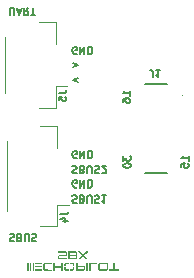
<source format=gbr>
%TF.GenerationSoftware,KiCad,Pcbnew,7.0.10*%
%TF.CreationDate,2024-02-02T13:19:37-05:00*%
%TF.ProjectId,quad_radio_adapter,71756164-5f72-4616-9469-6f5f61646170,rev?*%
%TF.SameCoordinates,Original*%
%TF.FileFunction,Legend,Bot*%
%TF.FilePolarity,Positive*%
%FSLAX46Y46*%
G04 Gerber Fmt 4.6, Leading zero omitted, Abs format (unit mm)*
G04 Created by KiCad (PCBNEW 7.0.10) date 2024-02-02 13:19:37*
%MOMM*%
%LPD*%
G01*
G04 APERTURE LIST*
%ADD10C,0.127000*%
%ADD11C,0.120000*%
G04 APERTURE END LIST*
D10*
X106765684Y-102679047D02*
X106765684Y-102316190D01*
X106765684Y-102497618D02*
X106130684Y-102497618D01*
X106130684Y-102497618D02*
X106221398Y-102437142D01*
X106221398Y-102437142D02*
X106281874Y-102376666D01*
X106281874Y-102376666D02*
X106312112Y-102316190D01*
X106130684Y-103253571D02*
X106130684Y-102951190D01*
X106130684Y-102951190D02*
X106433065Y-102920952D01*
X106433065Y-102920952D02*
X106402826Y-102951190D01*
X106402826Y-102951190D02*
X106372588Y-103011666D01*
X106372588Y-103011666D02*
X106372588Y-103162857D01*
X106372588Y-103162857D02*
X106402826Y-103223333D01*
X106402826Y-103223333D02*
X106433065Y-103253571D01*
X106433065Y-103253571D02*
X106493541Y-103283809D01*
X106493541Y-103283809D02*
X106644731Y-103283809D01*
X106644731Y-103283809D02*
X106705207Y-103253571D01*
X106705207Y-103253571D02*
X106735446Y-103223333D01*
X106735446Y-103223333D02*
X106765684Y-103162857D01*
X106765684Y-103162857D02*
X106765684Y-103011666D01*
X106765684Y-103011666D02*
X106735446Y-102951190D01*
X106735446Y-102951190D02*
X106705207Y-102920952D01*
X91616071Y-108914554D02*
X91706785Y-108884315D01*
X91706785Y-108884315D02*
X91857976Y-108884315D01*
X91857976Y-108884315D02*
X91918452Y-108914554D01*
X91918452Y-108914554D02*
X91948690Y-108944792D01*
X91948690Y-108944792D02*
X91978928Y-109005268D01*
X91978928Y-109005268D02*
X91978928Y-109065744D01*
X91978928Y-109065744D02*
X91948690Y-109126220D01*
X91948690Y-109126220D02*
X91918452Y-109156458D01*
X91918452Y-109156458D02*
X91857976Y-109186696D01*
X91857976Y-109186696D02*
X91737023Y-109216934D01*
X91737023Y-109216934D02*
X91676547Y-109247173D01*
X91676547Y-109247173D02*
X91646309Y-109277411D01*
X91646309Y-109277411D02*
X91616071Y-109337887D01*
X91616071Y-109337887D02*
X91616071Y-109398363D01*
X91616071Y-109398363D02*
X91646309Y-109458839D01*
X91646309Y-109458839D02*
X91676547Y-109489077D01*
X91676547Y-109489077D02*
X91737023Y-109519315D01*
X91737023Y-109519315D02*
X91888214Y-109519315D01*
X91888214Y-109519315D02*
X91978928Y-109489077D01*
X92462738Y-109216934D02*
X92553452Y-109186696D01*
X92553452Y-109186696D02*
X92583690Y-109156458D01*
X92583690Y-109156458D02*
X92613928Y-109095982D01*
X92613928Y-109095982D02*
X92613928Y-109005268D01*
X92613928Y-109005268D02*
X92583690Y-108944792D01*
X92583690Y-108944792D02*
X92553452Y-108914554D01*
X92553452Y-108914554D02*
X92492976Y-108884315D01*
X92492976Y-108884315D02*
X92251071Y-108884315D01*
X92251071Y-108884315D02*
X92251071Y-109519315D01*
X92251071Y-109519315D02*
X92462738Y-109519315D01*
X92462738Y-109519315D02*
X92523214Y-109489077D01*
X92523214Y-109489077D02*
X92553452Y-109458839D01*
X92553452Y-109458839D02*
X92583690Y-109398363D01*
X92583690Y-109398363D02*
X92583690Y-109337887D01*
X92583690Y-109337887D02*
X92553452Y-109277411D01*
X92553452Y-109277411D02*
X92523214Y-109247173D01*
X92523214Y-109247173D02*
X92462738Y-109216934D01*
X92462738Y-109216934D02*
X92251071Y-109216934D01*
X92886071Y-109519315D02*
X92886071Y-109005268D01*
X92886071Y-109005268D02*
X92916309Y-108944792D01*
X92916309Y-108944792D02*
X92946547Y-108914554D01*
X92946547Y-108914554D02*
X93007023Y-108884315D01*
X93007023Y-108884315D02*
X93127976Y-108884315D01*
X93127976Y-108884315D02*
X93188452Y-108914554D01*
X93188452Y-108914554D02*
X93218690Y-108944792D01*
X93218690Y-108944792D02*
X93248928Y-109005268D01*
X93248928Y-109005268D02*
X93248928Y-109519315D01*
X93521071Y-108914554D02*
X93611785Y-108884315D01*
X93611785Y-108884315D02*
X93762976Y-108884315D01*
X93762976Y-108884315D02*
X93823452Y-108914554D01*
X93823452Y-108914554D02*
X93853690Y-108944792D01*
X93853690Y-108944792D02*
X93883928Y-109005268D01*
X93883928Y-109005268D02*
X93883928Y-109065744D01*
X93883928Y-109065744D02*
X93853690Y-109126220D01*
X93853690Y-109126220D02*
X93823452Y-109156458D01*
X93823452Y-109156458D02*
X93762976Y-109186696D01*
X93762976Y-109186696D02*
X93642023Y-109216934D01*
X93642023Y-109216934D02*
X93581547Y-109247173D01*
X93581547Y-109247173D02*
X93551309Y-109277411D01*
X93551309Y-109277411D02*
X93521071Y-109337887D01*
X93521071Y-109337887D02*
X93521071Y-109398363D01*
X93521071Y-109398363D02*
X93551309Y-109458839D01*
X93551309Y-109458839D02*
X93581547Y-109489077D01*
X93581547Y-109489077D02*
X93642023Y-109519315D01*
X93642023Y-109519315D02*
X93793214Y-109519315D01*
X93793214Y-109519315D02*
X93883928Y-109489077D01*
X96918571Y-105664554D02*
X97009285Y-105634315D01*
X97009285Y-105634315D02*
X97160476Y-105634315D01*
X97160476Y-105634315D02*
X97220952Y-105664554D01*
X97220952Y-105664554D02*
X97251190Y-105694792D01*
X97251190Y-105694792D02*
X97281428Y-105755268D01*
X97281428Y-105755268D02*
X97281428Y-105815744D01*
X97281428Y-105815744D02*
X97251190Y-105876220D01*
X97251190Y-105876220D02*
X97220952Y-105906458D01*
X97220952Y-105906458D02*
X97160476Y-105936696D01*
X97160476Y-105936696D02*
X97039523Y-105966934D01*
X97039523Y-105966934D02*
X96979047Y-105997173D01*
X96979047Y-105997173D02*
X96948809Y-106027411D01*
X96948809Y-106027411D02*
X96918571Y-106087887D01*
X96918571Y-106087887D02*
X96918571Y-106148363D01*
X96918571Y-106148363D02*
X96948809Y-106208839D01*
X96948809Y-106208839D02*
X96979047Y-106239077D01*
X96979047Y-106239077D02*
X97039523Y-106269315D01*
X97039523Y-106269315D02*
X97190714Y-106269315D01*
X97190714Y-106269315D02*
X97281428Y-106239077D01*
X97765238Y-105966934D02*
X97855952Y-105936696D01*
X97855952Y-105936696D02*
X97886190Y-105906458D01*
X97886190Y-105906458D02*
X97916428Y-105845982D01*
X97916428Y-105845982D02*
X97916428Y-105755268D01*
X97916428Y-105755268D02*
X97886190Y-105694792D01*
X97886190Y-105694792D02*
X97855952Y-105664554D01*
X97855952Y-105664554D02*
X97795476Y-105634315D01*
X97795476Y-105634315D02*
X97553571Y-105634315D01*
X97553571Y-105634315D02*
X97553571Y-106269315D01*
X97553571Y-106269315D02*
X97765238Y-106269315D01*
X97765238Y-106269315D02*
X97825714Y-106239077D01*
X97825714Y-106239077D02*
X97855952Y-106208839D01*
X97855952Y-106208839D02*
X97886190Y-106148363D01*
X97886190Y-106148363D02*
X97886190Y-106087887D01*
X97886190Y-106087887D02*
X97855952Y-106027411D01*
X97855952Y-106027411D02*
X97825714Y-105997173D01*
X97825714Y-105997173D02*
X97765238Y-105966934D01*
X97765238Y-105966934D02*
X97553571Y-105966934D01*
X98188571Y-106269315D02*
X98188571Y-105755268D01*
X98188571Y-105755268D02*
X98218809Y-105694792D01*
X98218809Y-105694792D02*
X98249047Y-105664554D01*
X98249047Y-105664554D02*
X98309523Y-105634315D01*
X98309523Y-105634315D02*
X98430476Y-105634315D01*
X98430476Y-105634315D02*
X98490952Y-105664554D01*
X98490952Y-105664554D02*
X98521190Y-105694792D01*
X98521190Y-105694792D02*
X98551428Y-105755268D01*
X98551428Y-105755268D02*
X98551428Y-106269315D01*
X98823571Y-105664554D02*
X98914285Y-105634315D01*
X98914285Y-105634315D02*
X99065476Y-105634315D01*
X99065476Y-105634315D02*
X99125952Y-105664554D01*
X99125952Y-105664554D02*
X99156190Y-105694792D01*
X99156190Y-105694792D02*
X99186428Y-105755268D01*
X99186428Y-105755268D02*
X99186428Y-105815744D01*
X99186428Y-105815744D02*
X99156190Y-105876220D01*
X99156190Y-105876220D02*
X99125952Y-105906458D01*
X99125952Y-105906458D02*
X99065476Y-105936696D01*
X99065476Y-105936696D02*
X98944523Y-105966934D01*
X98944523Y-105966934D02*
X98884047Y-105997173D01*
X98884047Y-105997173D02*
X98853809Y-106027411D01*
X98853809Y-106027411D02*
X98823571Y-106087887D01*
X98823571Y-106087887D02*
X98823571Y-106148363D01*
X98823571Y-106148363D02*
X98853809Y-106208839D01*
X98853809Y-106208839D02*
X98884047Y-106239077D01*
X98884047Y-106239077D02*
X98944523Y-106269315D01*
X98944523Y-106269315D02*
X99095714Y-106269315D01*
X99095714Y-106269315D02*
X99186428Y-106239077D01*
X99791190Y-105634315D02*
X99428333Y-105634315D01*
X99609761Y-105634315D02*
X99609761Y-106269315D01*
X99609761Y-106269315D02*
X99549285Y-106178601D01*
X99549285Y-106178601D02*
X99488809Y-106118125D01*
X99488809Y-106118125D02*
X99428333Y-106087887D01*
X101815684Y-97179047D02*
X101815684Y-96816190D01*
X101815684Y-96997618D02*
X101180684Y-96997618D01*
X101180684Y-96997618D02*
X101271398Y-96937142D01*
X101271398Y-96937142D02*
X101331874Y-96876666D01*
X101331874Y-96876666D02*
X101362112Y-96816190D01*
X101180684Y-97723333D02*
X101180684Y-97602380D01*
X101180684Y-97602380D02*
X101210922Y-97541904D01*
X101210922Y-97541904D02*
X101241160Y-97511666D01*
X101241160Y-97511666D02*
X101331874Y-97451190D01*
X101331874Y-97451190D02*
X101452826Y-97420952D01*
X101452826Y-97420952D02*
X101694731Y-97420952D01*
X101694731Y-97420952D02*
X101755207Y-97451190D01*
X101755207Y-97451190D02*
X101785446Y-97481428D01*
X101785446Y-97481428D02*
X101815684Y-97541904D01*
X101815684Y-97541904D02*
X101815684Y-97662857D01*
X101815684Y-97662857D02*
X101785446Y-97723333D01*
X101785446Y-97723333D02*
X101755207Y-97753571D01*
X101755207Y-97753571D02*
X101694731Y-97783809D01*
X101694731Y-97783809D02*
X101543541Y-97783809D01*
X101543541Y-97783809D02*
X101483065Y-97753571D01*
X101483065Y-97753571D02*
X101452826Y-97723333D01*
X101452826Y-97723333D02*
X101422588Y-97662857D01*
X101422588Y-97662857D02*
X101422588Y-97541904D01*
X101422588Y-97541904D02*
X101452826Y-97481428D01*
X101452826Y-97481428D02*
X101483065Y-97451190D01*
X101483065Y-97451190D02*
X101543541Y-97420952D01*
X96948809Y-94392350D02*
X97432618Y-94573779D01*
X97432618Y-94573779D02*
X96948809Y-94755207D01*
X97432619Y-96057649D02*
X96948809Y-95876220D01*
X96948809Y-95876220D02*
X97432619Y-95694792D01*
X97281428Y-104939077D02*
X97220952Y-104969315D01*
X97220952Y-104969315D02*
X97130238Y-104969315D01*
X97130238Y-104969315D02*
X97039523Y-104939077D01*
X97039523Y-104939077D02*
X96979047Y-104878601D01*
X96979047Y-104878601D02*
X96948809Y-104818125D01*
X96948809Y-104818125D02*
X96918571Y-104697173D01*
X96918571Y-104697173D02*
X96918571Y-104606458D01*
X96918571Y-104606458D02*
X96948809Y-104485506D01*
X96948809Y-104485506D02*
X96979047Y-104425030D01*
X96979047Y-104425030D02*
X97039523Y-104364554D01*
X97039523Y-104364554D02*
X97130238Y-104334315D01*
X97130238Y-104334315D02*
X97190714Y-104334315D01*
X97190714Y-104334315D02*
X97281428Y-104364554D01*
X97281428Y-104364554D02*
X97311666Y-104394792D01*
X97311666Y-104394792D02*
X97311666Y-104606458D01*
X97311666Y-104606458D02*
X97190714Y-104606458D01*
X97583809Y-104334315D02*
X97583809Y-104969315D01*
X97583809Y-104969315D02*
X97946666Y-104334315D01*
X97946666Y-104334315D02*
X97946666Y-104969315D01*
X98249047Y-104334315D02*
X98249047Y-104969315D01*
X98249047Y-104969315D02*
X98400237Y-104969315D01*
X98400237Y-104969315D02*
X98490952Y-104939077D01*
X98490952Y-104939077D02*
X98551428Y-104878601D01*
X98551428Y-104878601D02*
X98581666Y-104818125D01*
X98581666Y-104818125D02*
X98611904Y-104697173D01*
X98611904Y-104697173D02*
X98611904Y-104606458D01*
X98611904Y-104606458D02*
X98581666Y-104485506D01*
X98581666Y-104485506D02*
X98551428Y-104425030D01*
X98551428Y-104425030D02*
X98490952Y-104364554D01*
X98490952Y-104364554D02*
X98400237Y-104334315D01*
X98400237Y-104334315D02*
X98249047Y-104334315D01*
X96918571Y-103164554D02*
X97009285Y-103134315D01*
X97009285Y-103134315D02*
X97160476Y-103134315D01*
X97160476Y-103134315D02*
X97220952Y-103164554D01*
X97220952Y-103164554D02*
X97251190Y-103194792D01*
X97251190Y-103194792D02*
X97281428Y-103255268D01*
X97281428Y-103255268D02*
X97281428Y-103315744D01*
X97281428Y-103315744D02*
X97251190Y-103376220D01*
X97251190Y-103376220D02*
X97220952Y-103406458D01*
X97220952Y-103406458D02*
X97160476Y-103436696D01*
X97160476Y-103436696D02*
X97039523Y-103466934D01*
X97039523Y-103466934D02*
X96979047Y-103497173D01*
X96979047Y-103497173D02*
X96948809Y-103527411D01*
X96948809Y-103527411D02*
X96918571Y-103587887D01*
X96918571Y-103587887D02*
X96918571Y-103648363D01*
X96918571Y-103648363D02*
X96948809Y-103708839D01*
X96948809Y-103708839D02*
X96979047Y-103739077D01*
X96979047Y-103739077D02*
X97039523Y-103769315D01*
X97039523Y-103769315D02*
X97190714Y-103769315D01*
X97190714Y-103769315D02*
X97281428Y-103739077D01*
X97765238Y-103466934D02*
X97855952Y-103436696D01*
X97855952Y-103436696D02*
X97886190Y-103406458D01*
X97886190Y-103406458D02*
X97916428Y-103345982D01*
X97916428Y-103345982D02*
X97916428Y-103255268D01*
X97916428Y-103255268D02*
X97886190Y-103194792D01*
X97886190Y-103194792D02*
X97855952Y-103164554D01*
X97855952Y-103164554D02*
X97795476Y-103134315D01*
X97795476Y-103134315D02*
X97553571Y-103134315D01*
X97553571Y-103134315D02*
X97553571Y-103769315D01*
X97553571Y-103769315D02*
X97765238Y-103769315D01*
X97765238Y-103769315D02*
X97825714Y-103739077D01*
X97825714Y-103739077D02*
X97855952Y-103708839D01*
X97855952Y-103708839D02*
X97886190Y-103648363D01*
X97886190Y-103648363D02*
X97886190Y-103587887D01*
X97886190Y-103587887D02*
X97855952Y-103527411D01*
X97855952Y-103527411D02*
X97825714Y-103497173D01*
X97825714Y-103497173D02*
X97765238Y-103466934D01*
X97765238Y-103466934D02*
X97553571Y-103466934D01*
X98188571Y-103769315D02*
X98188571Y-103255268D01*
X98188571Y-103255268D02*
X98218809Y-103194792D01*
X98218809Y-103194792D02*
X98249047Y-103164554D01*
X98249047Y-103164554D02*
X98309523Y-103134315D01*
X98309523Y-103134315D02*
X98430476Y-103134315D01*
X98430476Y-103134315D02*
X98490952Y-103164554D01*
X98490952Y-103164554D02*
X98521190Y-103194792D01*
X98521190Y-103194792D02*
X98551428Y-103255268D01*
X98551428Y-103255268D02*
X98551428Y-103769315D01*
X98823571Y-103164554D02*
X98914285Y-103134315D01*
X98914285Y-103134315D02*
X99065476Y-103134315D01*
X99065476Y-103134315D02*
X99125952Y-103164554D01*
X99125952Y-103164554D02*
X99156190Y-103194792D01*
X99156190Y-103194792D02*
X99186428Y-103255268D01*
X99186428Y-103255268D02*
X99186428Y-103315744D01*
X99186428Y-103315744D02*
X99156190Y-103376220D01*
X99156190Y-103376220D02*
X99125952Y-103406458D01*
X99125952Y-103406458D02*
X99065476Y-103436696D01*
X99065476Y-103436696D02*
X98944523Y-103466934D01*
X98944523Y-103466934D02*
X98884047Y-103497173D01*
X98884047Y-103497173D02*
X98853809Y-103527411D01*
X98853809Y-103527411D02*
X98823571Y-103587887D01*
X98823571Y-103587887D02*
X98823571Y-103648363D01*
X98823571Y-103648363D02*
X98853809Y-103708839D01*
X98853809Y-103708839D02*
X98884047Y-103739077D01*
X98884047Y-103739077D02*
X98944523Y-103769315D01*
X98944523Y-103769315D02*
X99095714Y-103769315D01*
X99095714Y-103769315D02*
X99186428Y-103739077D01*
X99428333Y-103708839D02*
X99458571Y-103739077D01*
X99458571Y-103739077D02*
X99519047Y-103769315D01*
X99519047Y-103769315D02*
X99670238Y-103769315D01*
X99670238Y-103769315D02*
X99730714Y-103739077D01*
X99730714Y-103739077D02*
X99760952Y-103708839D01*
X99760952Y-103708839D02*
X99791190Y-103648363D01*
X99791190Y-103648363D02*
X99791190Y-103587887D01*
X99791190Y-103587887D02*
X99760952Y-103497173D01*
X99760952Y-103497173D02*
X99398095Y-103134315D01*
X99398095Y-103134315D02*
X99791190Y-103134315D01*
X91637023Y-90369315D02*
X91637023Y-89855268D01*
X91637023Y-89855268D02*
X91667261Y-89794792D01*
X91667261Y-89794792D02*
X91697499Y-89764554D01*
X91697499Y-89764554D02*
X91757975Y-89734315D01*
X91757975Y-89734315D02*
X91878928Y-89734315D01*
X91878928Y-89734315D02*
X91939404Y-89764554D01*
X91939404Y-89764554D02*
X91969642Y-89794792D01*
X91969642Y-89794792D02*
X91999880Y-89855268D01*
X91999880Y-89855268D02*
X91999880Y-90369315D01*
X92272023Y-89915744D02*
X92574404Y-89915744D01*
X92211547Y-89734315D02*
X92423213Y-90369315D01*
X92423213Y-90369315D02*
X92634880Y-89734315D01*
X93209404Y-89734315D02*
X92997737Y-90036696D01*
X92846547Y-89734315D02*
X92846547Y-90369315D01*
X92846547Y-90369315D02*
X93088452Y-90369315D01*
X93088452Y-90369315D02*
X93148928Y-90339077D01*
X93148928Y-90339077D02*
X93179166Y-90308839D01*
X93179166Y-90308839D02*
X93209404Y-90248363D01*
X93209404Y-90248363D02*
X93209404Y-90157649D01*
X93209404Y-90157649D02*
X93179166Y-90097173D01*
X93179166Y-90097173D02*
X93148928Y-90066934D01*
X93148928Y-90066934D02*
X93088452Y-90036696D01*
X93088452Y-90036696D02*
X92846547Y-90036696D01*
X93390833Y-90369315D02*
X93753690Y-90369315D01*
X93572261Y-89734315D02*
X93572261Y-90369315D01*
X101230684Y-102285952D02*
X101230684Y-102679047D01*
X101230684Y-102679047D02*
X101472588Y-102467380D01*
X101472588Y-102467380D02*
X101472588Y-102558095D01*
X101472588Y-102558095D02*
X101502826Y-102618571D01*
X101502826Y-102618571D02*
X101533065Y-102648809D01*
X101533065Y-102648809D02*
X101593541Y-102679047D01*
X101593541Y-102679047D02*
X101744731Y-102679047D01*
X101744731Y-102679047D02*
X101805207Y-102648809D01*
X101805207Y-102648809D02*
X101835446Y-102618571D01*
X101835446Y-102618571D02*
X101865684Y-102558095D01*
X101865684Y-102558095D02*
X101865684Y-102376666D01*
X101865684Y-102376666D02*
X101835446Y-102316190D01*
X101835446Y-102316190D02*
X101805207Y-102285952D01*
X101230684Y-103072142D02*
X101230684Y-103132619D01*
X101230684Y-103132619D02*
X101260922Y-103193095D01*
X101260922Y-103193095D02*
X101291160Y-103223333D01*
X101291160Y-103223333D02*
X101351636Y-103253571D01*
X101351636Y-103253571D02*
X101472588Y-103283809D01*
X101472588Y-103283809D02*
X101623779Y-103283809D01*
X101623779Y-103283809D02*
X101744731Y-103253571D01*
X101744731Y-103253571D02*
X101805207Y-103223333D01*
X101805207Y-103223333D02*
X101835446Y-103193095D01*
X101835446Y-103193095D02*
X101865684Y-103132619D01*
X101865684Y-103132619D02*
X101865684Y-103072142D01*
X101865684Y-103072142D02*
X101835446Y-103011666D01*
X101835446Y-103011666D02*
X101805207Y-102981428D01*
X101805207Y-102981428D02*
X101744731Y-102951190D01*
X101744731Y-102951190D02*
X101623779Y-102920952D01*
X101623779Y-102920952D02*
X101472588Y-102920952D01*
X101472588Y-102920952D02*
X101351636Y-102951190D01*
X101351636Y-102951190D02*
X101291160Y-102981428D01*
X101291160Y-102981428D02*
X101260922Y-103011666D01*
X101260922Y-103011666D02*
X101230684Y-103072142D01*
X97281428Y-102439077D02*
X97220952Y-102469315D01*
X97220952Y-102469315D02*
X97130238Y-102469315D01*
X97130238Y-102469315D02*
X97039523Y-102439077D01*
X97039523Y-102439077D02*
X96979047Y-102378601D01*
X96979047Y-102378601D02*
X96948809Y-102318125D01*
X96948809Y-102318125D02*
X96918571Y-102197173D01*
X96918571Y-102197173D02*
X96918571Y-102106458D01*
X96918571Y-102106458D02*
X96948809Y-101985506D01*
X96948809Y-101985506D02*
X96979047Y-101925030D01*
X96979047Y-101925030D02*
X97039523Y-101864554D01*
X97039523Y-101864554D02*
X97130238Y-101834315D01*
X97130238Y-101834315D02*
X97190714Y-101834315D01*
X97190714Y-101834315D02*
X97281428Y-101864554D01*
X97281428Y-101864554D02*
X97311666Y-101894792D01*
X97311666Y-101894792D02*
X97311666Y-102106458D01*
X97311666Y-102106458D02*
X97190714Y-102106458D01*
X97583809Y-101834315D02*
X97583809Y-102469315D01*
X97583809Y-102469315D02*
X97946666Y-101834315D01*
X97946666Y-101834315D02*
X97946666Y-102469315D01*
X98249047Y-101834315D02*
X98249047Y-102469315D01*
X98249047Y-102469315D02*
X98400237Y-102469315D01*
X98400237Y-102469315D02*
X98490952Y-102439077D01*
X98490952Y-102439077D02*
X98551428Y-102378601D01*
X98551428Y-102378601D02*
X98581666Y-102318125D01*
X98581666Y-102318125D02*
X98611904Y-102197173D01*
X98611904Y-102197173D02*
X98611904Y-102106458D01*
X98611904Y-102106458D02*
X98581666Y-101985506D01*
X98581666Y-101985506D02*
X98551428Y-101925030D01*
X98551428Y-101925030D02*
X98490952Y-101864554D01*
X98490952Y-101864554D02*
X98400237Y-101834315D01*
X98400237Y-101834315D02*
X98249047Y-101834315D01*
X97281428Y-93639077D02*
X97220952Y-93669315D01*
X97220952Y-93669315D02*
X97130238Y-93669315D01*
X97130238Y-93669315D02*
X97039523Y-93639077D01*
X97039523Y-93639077D02*
X96979047Y-93578601D01*
X96979047Y-93578601D02*
X96948809Y-93518125D01*
X96948809Y-93518125D02*
X96918571Y-93397173D01*
X96918571Y-93397173D02*
X96918571Y-93306458D01*
X96918571Y-93306458D02*
X96948809Y-93185506D01*
X96948809Y-93185506D02*
X96979047Y-93125030D01*
X96979047Y-93125030D02*
X97039523Y-93064554D01*
X97039523Y-93064554D02*
X97130238Y-93034315D01*
X97130238Y-93034315D02*
X97190714Y-93034315D01*
X97190714Y-93034315D02*
X97281428Y-93064554D01*
X97281428Y-93064554D02*
X97311666Y-93094792D01*
X97311666Y-93094792D02*
X97311666Y-93306458D01*
X97311666Y-93306458D02*
X97190714Y-93306458D01*
X97583809Y-93034315D02*
X97583809Y-93669315D01*
X97583809Y-93669315D02*
X97946666Y-93034315D01*
X97946666Y-93034315D02*
X97946666Y-93669315D01*
X98249047Y-93034315D02*
X98249047Y-93669315D01*
X98249047Y-93669315D02*
X98400237Y-93669315D01*
X98400237Y-93669315D02*
X98490952Y-93639077D01*
X98490952Y-93639077D02*
X98551428Y-93578601D01*
X98551428Y-93578601D02*
X98581666Y-93518125D01*
X98581666Y-93518125D02*
X98611904Y-93397173D01*
X98611904Y-93397173D02*
X98611904Y-93306458D01*
X98611904Y-93306458D02*
X98581666Y-93185506D01*
X98581666Y-93185506D02*
X98551428Y-93125030D01*
X98551428Y-93125030D02*
X98490952Y-93064554D01*
X98490952Y-93064554D02*
X98400237Y-93034315D01*
X98400237Y-93034315D02*
X98249047Y-93034315D01*
X95917397Y-107238333D02*
X96370968Y-107238333D01*
X96370968Y-107238333D02*
X96461682Y-107208094D01*
X96461682Y-107208094D02*
X96522159Y-107147618D01*
X96522159Y-107147618D02*
X96552397Y-107056904D01*
X96552397Y-107056904D02*
X96552397Y-106996428D01*
X96129063Y-107812857D02*
X96552397Y-107812857D01*
X95887159Y-107661666D02*
X96340730Y-107510476D01*
X96340730Y-107510476D02*
X96340730Y-107903571D01*
X103738333Y-95647840D02*
X103738333Y-95194269D01*
X103738333Y-95194269D02*
X103708094Y-95103555D01*
X103708094Y-95103555D02*
X103647618Y-95043079D01*
X103647618Y-95043079D02*
X103556904Y-95012840D01*
X103556904Y-95012840D02*
X103496428Y-95012840D01*
X104373333Y-95012840D02*
X104010476Y-95012840D01*
X104191904Y-95012840D02*
X104191904Y-95647840D01*
X104191904Y-95647840D02*
X104131428Y-95557126D01*
X104131428Y-95557126D02*
X104070952Y-95496650D01*
X104070952Y-95496650D02*
X104010476Y-95466412D01*
X95767397Y-96988333D02*
X96220968Y-96988333D01*
X96220968Y-96988333D02*
X96311682Y-96958094D01*
X96311682Y-96958094D02*
X96372159Y-96897618D01*
X96372159Y-96897618D02*
X96402397Y-96806904D01*
X96402397Y-96806904D02*
X96402397Y-96746428D01*
X95767397Y-97593095D02*
X95767397Y-97290714D01*
X95767397Y-97290714D02*
X96069778Y-97260476D01*
X96069778Y-97260476D02*
X96039539Y-97290714D01*
X96039539Y-97290714D02*
X96009301Y-97351190D01*
X96009301Y-97351190D02*
X96009301Y-97502381D01*
X96009301Y-97502381D02*
X96039539Y-97562857D01*
X96039539Y-97562857D02*
X96069778Y-97593095D01*
X96069778Y-97593095D02*
X96130254Y-97623333D01*
X96130254Y-97623333D02*
X96281444Y-97623333D01*
X96281444Y-97623333D02*
X96341920Y-97593095D01*
X96341920Y-97593095D02*
X96372159Y-97562857D01*
X96372159Y-97562857D02*
X96402397Y-97502381D01*
X96402397Y-97502381D02*
X96402397Y-97351190D01*
X96402397Y-97351190D02*
X96372159Y-97290714D01*
X96372159Y-97290714D02*
X96341920Y-97260476D01*
D11*
%TO.C,J4*%
X94175238Y-108260000D02*
X95625238Y-108260000D01*
X95625238Y-108260000D02*
X95625238Y-106460000D01*
X91355238Y-106990000D02*
X91355238Y-101060000D01*
X95625238Y-106460000D02*
X96615238Y-106460000D01*
X94175238Y-99790000D02*
X95625238Y-99790000D01*
X95625238Y-99790000D02*
X95625238Y-101590000D01*
%TO.C,G\u002A\u002A\u002A*%
G36*
X93226330Y-111670919D02*
G01*
X93226330Y-112004307D01*
X93160347Y-112004307D01*
X93094364Y-112004307D01*
X93094364Y-111670919D01*
X93094364Y-111337531D01*
X93160347Y-111337531D01*
X93226330Y-111337531D01*
X93226330Y-111670919D01*
G37*
G36*
X93462480Y-111660501D02*
G01*
X93462480Y-111997362D01*
X93396497Y-111997362D01*
X93330514Y-111997362D01*
X93330514Y-111660501D01*
X93330514Y-111323640D01*
X93396497Y-111323640D01*
X93462480Y-111323640D01*
X93462480Y-111660501D01*
G37*
G36*
X93705575Y-111667446D02*
G01*
X93705575Y-112004307D01*
X93639592Y-112004307D01*
X93573609Y-112004307D01*
X93573609Y-111667446D01*
X93573609Y-111330586D01*
X93639592Y-111330586D01*
X93705575Y-111330586D01*
X93705575Y-111667446D01*
G37*
G36*
X94337624Y-111657028D02*
G01*
X94337624Y-111705647D01*
X94066746Y-111705647D01*
X93795868Y-111705647D01*
X93795868Y-111657028D01*
X93795868Y-111608409D01*
X94066746Y-111608409D01*
X94337624Y-111608409D01*
X94337624Y-111657028D01*
G37*
G36*
X94365406Y-111379205D02*
G01*
X94365406Y-111427824D01*
X94080637Y-111427824D01*
X93795868Y-111427824D01*
X93795868Y-111379205D01*
X93795868Y-111330586D01*
X94080637Y-111330586D01*
X94365406Y-111330586D01*
X94365406Y-111379205D01*
G37*
G36*
X94365406Y-111945270D02*
G01*
X94365406Y-111997362D01*
X94080637Y-111997362D01*
X93795868Y-111997362D01*
X93795868Y-111945270D01*
X93795868Y-111893178D01*
X94080637Y-111893178D01*
X94365406Y-111893178D01*
X94365406Y-111945270D01*
G37*
G36*
X98241042Y-111670919D02*
G01*
X98241042Y-112004307D01*
X98178531Y-112004307D01*
X98116021Y-112004307D01*
X98116021Y-111670919D01*
X98116021Y-111337531D01*
X98178531Y-111337531D01*
X98241042Y-111337531D01*
X98241042Y-111670919D01*
G37*
G36*
X100512248Y-111615355D02*
G01*
X100512248Y-111900123D01*
X100685887Y-111900123D01*
X100859527Y-111900123D01*
X100859527Y-111948743D01*
X100859527Y-111997362D01*
X100446265Y-111997362D01*
X100033002Y-111997362D01*
X100033002Y-111948743D01*
X100033002Y-111900123D01*
X100206642Y-111900123D01*
X100380282Y-111900123D01*
X100380282Y-111615355D01*
X100380282Y-111330586D01*
X100446265Y-111330586D01*
X100512248Y-111330586D01*
X100512248Y-111615355D01*
G37*
G36*
X95441971Y-111483388D02*
G01*
X95441971Y-111636191D01*
X95716322Y-111636191D01*
X95990673Y-111636191D01*
X95990673Y-111483388D01*
X95990673Y-111330586D01*
X96053183Y-111330586D01*
X96115693Y-111330586D01*
X96115693Y-111667446D01*
X96115693Y-112004307D01*
X96053183Y-112004307D01*
X95990673Y-112004307D01*
X95990673Y-111872341D01*
X95990673Y-111740375D01*
X95716322Y-111740375D01*
X95441971Y-111740375D01*
X95441971Y-111872341D01*
X95441971Y-112004307D01*
X95379461Y-112004307D01*
X95316951Y-112004307D01*
X95316951Y-111667446D01*
X95316951Y-111330586D01*
X95379461Y-111330586D01*
X95441971Y-111330586D01*
X95441971Y-111483388D01*
G37*
G36*
X99046729Y-111382677D02*
G01*
X99046729Y-111434769D01*
X98772379Y-111434769D01*
X98498028Y-111434769D01*
X98498028Y-111719799D01*
X98498028Y-112004829D01*
X98433782Y-112002831D01*
X98369535Y-112000834D01*
X98367726Y-111674392D01*
X98367441Y-111611908D01*
X98367289Y-111549550D01*
X98367284Y-111492653D01*
X98367419Y-111442624D01*
X98367689Y-111400865D01*
X98368088Y-111368783D01*
X98368608Y-111347783D01*
X98369244Y-111339268D01*
X98369271Y-111339204D01*
X98373106Y-111337136D01*
X98383216Y-111335402D01*
X98400553Y-111333979D01*
X98426069Y-111332841D01*
X98460716Y-111331964D01*
X98505445Y-111331325D01*
X98561210Y-111330898D01*
X98628961Y-111330660D01*
X98709651Y-111330586D01*
X99046729Y-111330586D01*
X99046729Y-111382677D01*
G37*
G36*
X96636612Y-111382230D02*
G01*
X96636612Y-111433874D01*
X96514436Y-111436058D01*
X96496254Y-111436368D01*
X96451563Y-111437353D01*
X96418432Y-111439514D01*
X96395136Y-111444216D01*
X96379947Y-111452823D01*
X96371139Y-111466702D01*
X96366985Y-111487217D01*
X96365759Y-111515732D01*
X96365734Y-111553614D01*
X96365734Y-111636191D01*
X96299100Y-111636191D01*
X96232465Y-111636191D01*
X96234853Y-111537217D01*
X96235193Y-111523964D01*
X96236547Y-111486548D01*
X96238463Y-111459578D01*
X96241297Y-111440387D01*
X96245401Y-111426306D01*
X96251132Y-111414669D01*
X96272766Y-111386773D01*
X96308519Y-111359495D01*
X96351843Y-111341720D01*
X96374521Y-111337348D01*
X96408959Y-111333953D01*
X96454825Y-111331878D01*
X96513328Y-111331043D01*
X96636612Y-111330586D01*
X96636612Y-111382230D01*
G37*
G36*
X97034247Y-111693232D02*
G01*
X97098493Y-111695229D01*
X97098241Y-111792467D01*
X97098095Y-111819074D01*
X97097418Y-111851618D01*
X97095879Y-111875004D01*
X97093115Y-111892134D01*
X97088768Y-111905905D01*
X97082476Y-111919216D01*
X97081778Y-111920531D01*
X97065048Y-111945467D01*
X97043520Y-111965298D01*
X97015710Y-111980491D01*
X96980135Y-111991512D01*
X96935312Y-111998826D01*
X96879757Y-112002900D01*
X96811988Y-112004199D01*
X96692176Y-112004307D01*
X96692176Y-111952663D01*
X96692176Y-111901019D01*
X96814341Y-111898835D01*
X96936505Y-111896651D01*
X96953253Y-111877163D01*
X96957522Y-111871970D01*
X96963280Y-111862778D01*
X96966932Y-111851341D01*
X96968953Y-111834750D01*
X96969817Y-111810091D01*
X96970000Y-111774455D01*
X96970000Y-111691235D01*
X97034247Y-111693232D01*
G37*
G36*
X96832508Y-111331700D02*
G01*
X96854863Y-111332085D01*
X96897584Y-111332980D01*
X96929721Y-111334099D01*
X96953583Y-111335707D01*
X96971475Y-111338069D01*
X96985706Y-111341449D01*
X96998584Y-111346111D01*
X97012416Y-111352320D01*
X97021795Y-111356928D01*
X97049704Y-111374491D01*
X97070638Y-111395803D01*
X97085456Y-111422838D01*
X97095016Y-111457574D01*
X97100176Y-111501987D01*
X97101796Y-111558053D01*
X97101966Y-111636191D01*
X97035983Y-111636191D01*
X96970000Y-111636191D01*
X96970000Y-111556885D01*
X96969727Y-111528407D01*
X96968820Y-111499336D01*
X96967429Y-111477569D01*
X96965710Y-111466400D01*
X96963837Y-111462251D01*
X96956850Y-111453642D01*
X96945078Y-111447149D01*
X96926701Y-111442395D01*
X96899896Y-111438999D01*
X96862845Y-111436584D01*
X96813724Y-111434769D01*
X96695649Y-111431297D01*
X96693596Y-111380319D01*
X96691543Y-111329342D01*
X96832508Y-111331700D01*
G37*
G36*
X96297372Y-111693223D02*
G01*
X96362261Y-111695229D01*
X96363974Y-111771630D01*
X96364713Y-111796914D01*
X96366062Y-111826987D01*
X96367656Y-111850398D01*
X96369284Y-111863533D01*
X96370601Y-111868173D01*
X96377206Y-111879589D01*
X96389218Y-111888039D01*
X96408328Y-111893921D01*
X96436224Y-111897631D01*
X96474597Y-111899567D01*
X96525138Y-111900123D01*
X96636612Y-111900123D01*
X96636612Y-111952940D01*
X96636612Y-112005757D01*
X96499437Y-112003296D01*
X96467857Y-112002715D01*
X96428565Y-112001811D01*
X96399290Y-112000639D01*
X96377671Y-111998891D01*
X96361351Y-111996261D01*
X96347970Y-111992440D01*
X96335169Y-111987121D01*
X96320588Y-111979998D01*
X96318410Y-111978897D01*
X96283145Y-111956302D01*
X96258078Y-111929062D01*
X96253053Y-111921701D01*
X96246441Y-111910657D01*
X96241884Y-111899177D01*
X96238913Y-111884571D01*
X96237063Y-111864148D01*
X96235868Y-111835218D01*
X96234862Y-111795090D01*
X96232483Y-111691218D01*
X96297372Y-111693223D01*
G37*
G36*
X94924525Y-111333096D02*
G01*
X95209294Y-111334058D01*
X95211331Y-111384197D01*
X95213367Y-111434335D01*
X94917273Y-111436289D01*
X94621180Y-111438242D01*
X94604422Y-111457730D01*
X94587665Y-111477217D01*
X94587665Y-111670537D01*
X94587688Y-111719437D01*
X94587978Y-111770453D01*
X94588898Y-111810250D01*
X94590810Y-111840326D01*
X94594078Y-111862179D01*
X94599066Y-111877304D01*
X94606137Y-111887200D01*
X94615654Y-111893364D01*
X94627981Y-111897292D01*
X94643481Y-111900482D01*
X94644616Y-111900675D01*
X94660239Y-111902013D01*
X94687780Y-111903256D01*
X94725506Y-111904367D01*
X94771685Y-111905310D01*
X94824586Y-111906049D01*
X94882477Y-111906546D01*
X94943626Y-111906767D01*
X95212767Y-111907069D01*
X95212767Y-111955688D01*
X95212767Y-112004307D01*
X94914449Y-112004307D01*
X94868090Y-112004249D01*
X94791686Y-112003851D01*
X94725786Y-112003090D01*
X94671067Y-112001981D01*
X94628205Y-112000540D01*
X94597878Y-111998782D01*
X94580762Y-111996722D01*
X94568821Y-111993585D01*
X94530566Y-111975929D01*
X94497423Y-111949507D01*
X94473674Y-111917487D01*
X94472380Y-111914969D01*
X94468615Y-111906667D01*
X94465642Y-111897308D01*
X94463367Y-111885288D01*
X94461697Y-111869003D01*
X94460540Y-111846848D01*
X94459801Y-111817219D01*
X94459389Y-111778512D01*
X94459210Y-111729123D01*
X94459171Y-111667446D01*
X94459171Y-111445188D01*
X94477752Y-111413583D01*
X94486054Y-111401352D01*
X94516051Y-111372869D01*
X94555637Y-111351384D01*
X94602352Y-111338383D01*
X94605883Y-111337925D01*
X94625175Y-111336627D01*
X94656072Y-111335485D01*
X94696857Y-111334527D01*
X94745812Y-111333780D01*
X94801221Y-111333274D01*
X94861364Y-111333037D01*
X94924525Y-111333096D01*
G37*
G36*
X97386735Y-111459079D02*
G01*
X97386735Y-111580627D01*
X97621425Y-111580627D01*
X97665503Y-111580672D01*
X97725060Y-111580956D01*
X97773232Y-111581552D01*
X97811556Y-111582521D01*
X97841570Y-111583921D01*
X97864810Y-111585812D01*
X97882812Y-111588253D01*
X97897113Y-111591305D01*
X97919595Y-111597905D01*
X97955338Y-111613569D01*
X97982147Y-111634497D01*
X98003217Y-111662842D01*
X98004796Y-111665540D01*
X98011912Y-111678647D01*
X98016776Y-111691092D01*
X98019815Y-111705786D01*
X98021456Y-111725640D01*
X98022127Y-111753563D01*
X98022256Y-111792467D01*
X98022107Y-111830532D01*
X98021385Y-111859098D01*
X98019696Y-111879488D01*
X98016647Y-111894609D01*
X98011843Y-111907369D01*
X98004892Y-111920676D01*
X97998976Y-111930141D01*
X97970413Y-111960279D01*
X97932370Y-111983247D01*
X97887605Y-111997245D01*
X97885823Y-111997540D01*
X97867777Y-111999156D01*
X97837506Y-112000605D01*
X97796431Y-112001858D01*
X97745972Y-112002885D01*
X97687547Y-112003655D01*
X97622577Y-112004139D01*
X97552481Y-112004307D01*
X97254769Y-112004307D01*
X97254769Y-111900123D01*
X97386735Y-111900123D01*
X97619946Y-111900123D01*
X97853158Y-111900123D01*
X97873460Y-111879821D01*
X97875379Y-111877892D01*
X97884111Y-111868123D01*
X97889523Y-111858107D01*
X97892407Y-111844433D01*
X97893556Y-111823690D01*
X97893762Y-111792467D01*
X97893760Y-111786125D01*
X97893446Y-111756973D01*
X97892051Y-111737707D01*
X97888784Y-111724915D01*
X97882851Y-111715187D01*
X97873460Y-111705113D01*
X97853158Y-111684810D01*
X97619946Y-111684810D01*
X97386735Y-111684810D01*
X97386735Y-111792467D01*
X97386735Y-111900123D01*
X97254769Y-111900123D01*
X97254769Y-111670919D01*
X97254769Y-111337531D01*
X97320752Y-111337531D01*
X97386735Y-111337531D01*
X97386735Y-111459079D01*
G37*
G36*
X96909226Y-110373794D02*
G01*
X96963514Y-110374355D01*
X97034383Y-110375250D01*
X97093510Y-110376334D01*
X97142186Y-110377752D01*
X97181702Y-110379645D01*
X97213349Y-110382157D01*
X97238417Y-110385431D01*
X97258197Y-110389611D01*
X97273980Y-110394838D01*
X97287056Y-110401257D01*
X97298717Y-110409010D01*
X97310254Y-110418240D01*
X97324160Y-110430855D01*
X97337697Y-110447293D01*
X97346729Y-110466251D01*
X97352121Y-110490561D01*
X97354734Y-110523057D01*
X97355432Y-110566571D01*
X97355010Y-110600966D01*
X97352587Y-110637848D01*
X97347283Y-110665143D01*
X97338275Y-110685295D01*
X97324742Y-110700745D01*
X97305862Y-110713938D01*
X97281416Y-110728362D01*
X97302152Y-110741491D01*
X97304148Y-110742780D01*
X97321599Y-110757508D01*
X97333590Y-110776353D01*
X97340832Y-110801696D01*
X97344035Y-110835919D01*
X97343909Y-110881404D01*
X97342566Y-110910978D01*
X97338392Y-110946789D01*
X97330402Y-110973283D01*
X97317172Y-110993189D01*
X97297276Y-111009231D01*
X97269289Y-111024135D01*
X97230459Y-111042344D01*
X96916172Y-111044409D01*
X96601884Y-111046475D01*
X96601884Y-110942159D01*
X96726904Y-110942159D01*
X96963620Y-110940159D01*
X96986701Y-110939978D01*
X97049022Y-110939538D01*
X97099194Y-110938955D01*
X97138524Y-110937809D01*
X97168324Y-110935680D01*
X97189901Y-110932149D01*
X97204567Y-110926796D01*
X97213629Y-110919203D01*
X97218399Y-110908950D01*
X97220184Y-110895617D01*
X97220295Y-110878785D01*
X97220041Y-110858035D01*
X97219586Y-110831787D01*
X97217542Y-110812790D01*
X97213093Y-110800636D01*
X97205430Y-110791643D01*
X97204054Y-110790448D01*
X97198970Y-110787066D01*
X97191785Y-110784353D01*
X97181025Y-110782216D01*
X97165217Y-110780565D01*
X97142886Y-110779308D01*
X97112558Y-110778356D01*
X97072761Y-110777616D01*
X97022020Y-110776997D01*
X96958862Y-110776409D01*
X96726904Y-110774407D01*
X96726904Y-110858283D01*
X96726904Y-110942159D01*
X96601884Y-110942159D01*
X96601884Y-110708622D01*
X96601884Y-110671281D01*
X96726904Y-110671281D01*
X96963675Y-110669282D01*
X97200445Y-110667282D01*
X97213716Y-110650885D01*
X97218240Y-110644329D01*
X97223553Y-110630341D01*
X97226242Y-110609868D01*
X97226986Y-110579236D01*
X97226602Y-110556046D01*
X97223814Y-110527703D01*
X97217317Y-110508510D01*
X97205924Y-110495600D01*
X97188450Y-110486109D01*
X97186241Y-110485267D01*
X97175275Y-110482540D01*
X97158867Y-110480389D01*
X97135608Y-110478757D01*
X97104091Y-110477587D01*
X97062908Y-110476822D01*
X97010652Y-110476405D01*
X96945913Y-110476279D01*
X96726904Y-110476279D01*
X96726904Y-110573780D01*
X96726904Y-110671281D01*
X96601884Y-110671281D01*
X96601884Y-110370768D01*
X96909226Y-110373794D01*
G37*
G36*
X97685885Y-110507450D02*
G01*
X97689173Y-110510425D01*
X97726219Y-110543771D01*
X97759843Y-110573742D01*
X97788676Y-110599143D01*
X97811350Y-110618774D01*
X97826496Y-110631441D01*
X97832747Y-110635944D01*
X97832931Y-110635900D01*
X97840144Y-110630594D01*
X97856147Y-110617268D01*
X97879570Y-110597111D01*
X97909045Y-110571311D01*
X97943203Y-110541056D01*
X97980675Y-110507534D01*
X98123636Y-110379041D01*
X98208137Y-110379041D01*
X98214442Y-110379044D01*
X98247891Y-110379311D01*
X98269576Y-110380168D01*
X98281340Y-110381852D01*
X98285023Y-110384603D01*
X98282467Y-110388659D01*
X98278061Y-110392681D01*
X98263919Y-110405407D01*
X98241616Y-110425392D01*
X98212437Y-110451484D01*
X98177671Y-110482535D01*
X98138603Y-110517392D01*
X98096522Y-110554906D01*
X98064768Y-110583323D01*
X98025902Y-110618461D01*
X97991548Y-110649927D01*
X97962887Y-110676615D01*
X97941102Y-110697425D01*
X97927373Y-110711253D01*
X97922882Y-110716996D01*
X97924661Y-110719027D01*
X97935365Y-110729195D01*
X97954615Y-110746718D01*
X97981143Y-110770464D01*
X98013681Y-110799301D01*
X98050960Y-110832097D01*
X98091712Y-110867719D01*
X98111792Y-110885228D01*
X98152273Y-110920588D01*
X98189378Y-110953082D01*
X98221686Y-110981460D01*
X98247775Y-111004471D01*
X98266224Y-111020868D01*
X98275612Y-111029399D01*
X98292818Y-111045817D01*
X98209629Y-111045738D01*
X98126440Y-111045658D01*
X98022256Y-110951322D01*
X97987693Y-110920071D01*
X97952820Y-110888622D01*
X97920731Y-110859761D01*
X97893925Y-110835737D01*
X97874905Y-110818800D01*
X97831738Y-110780614D01*
X97685554Y-110913215D01*
X97539371Y-111045817D01*
X97454564Y-111045817D01*
X97421382Y-111045750D01*
X97397206Y-111045312D01*
X97383238Y-111044157D01*
X97377565Y-111041938D01*
X97378274Y-111038309D01*
X97383455Y-111032921D01*
X97387320Y-111029403D01*
X97401345Y-111016903D01*
X97423656Y-110997160D01*
X97452901Y-110971368D01*
X97487724Y-110940721D01*
X97526770Y-110906412D01*
X97568686Y-110869636D01*
X97595412Y-110846173D01*
X97634766Y-110811502D01*
X97669940Y-110780368D01*
X97699678Y-110753892D01*
X97722722Y-110733193D01*
X97737816Y-110719391D01*
X97743704Y-110713607D01*
X97740888Y-110709429D01*
X97728845Y-110696944D01*
X97708448Y-110677333D01*
X97680865Y-110651680D01*
X97647260Y-110621067D01*
X97608801Y-110586575D01*
X97566653Y-110549287D01*
X97531862Y-110518659D01*
X97492049Y-110483479D01*
X97456577Y-110451993D01*
X97426669Y-110425293D01*
X97403546Y-110404471D01*
X97388430Y-110390617D01*
X97382543Y-110384823D01*
X97382512Y-110384766D01*
X97387871Y-110382540D01*
X97404515Y-110380720D01*
X97429899Y-110379492D01*
X97461480Y-110379041D01*
X97543991Y-110379041D01*
X97685885Y-110507450D01*
G37*
G36*
X96037555Y-110373571D02*
G01*
X96078814Y-110373924D01*
X96147759Y-110374557D01*
X96204823Y-110375191D01*
X96251329Y-110375891D01*
X96288595Y-110376725D01*
X96317942Y-110377759D01*
X96340690Y-110379058D01*
X96358160Y-110380690D01*
X96371671Y-110382721D01*
X96382545Y-110385217D01*
X96392100Y-110388244D01*
X96401659Y-110391869D01*
X96425962Y-110403717D01*
X96458396Y-110427944D01*
X96482526Y-110456993D01*
X96495571Y-110488019D01*
X96497233Y-110499490D01*
X96499172Y-110524729D01*
X96500419Y-110556611D01*
X96500760Y-110590881D01*
X96499767Y-110625513D01*
X96495183Y-110665363D01*
X96486102Y-110696039D01*
X96471665Y-110720119D01*
X96451011Y-110740185D01*
X96439868Y-110748789D01*
X96428550Y-110756546D01*
X96416637Y-110762811D01*
X96402651Y-110767772D01*
X96385116Y-110771613D01*
X96362554Y-110774523D01*
X96333487Y-110776686D01*
X96296440Y-110778289D01*
X96249934Y-110779519D01*
X96192493Y-110780561D01*
X96122639Y-110781603D01*
X96094910Y-110782010D01*
X96029333Y-110783088D01*
X95975865Y-110784250D01*
X95933209Y-110785639D01*
X95900066Y-110787395D01*
X95875137Y-110789658D01*
X95857124Y-110792569D01*
X95844730Y-110796270D01*
X95836654Y-110800901D01*
X95831600Y-110806602D01*
X95828268Y-110813515D01*
X95826321Y-110823423D01*
X95824629Y-110843804D01*
X95823979Y-110868768D01*
X95824341Y-110889287D01*
X95826586Y-110906506D01*
X95832107Y-110917691D01*
X95842279Y-110927238D01*
X95842899Y-110927723D01*
X95847709Y-110931108D01*
X95853474Y-110933895D01*
X95861487Y-110936141D01*
X95873043Y-110937904D01*
X95889434Y-110939243D01*
X95911955Y-110940216D01*
X95941898Y-110940882D01*
X95980559Y-110941298D01*
X96029229Y-110941523D01*
X96089204Y-110941615D01*
X96161776Y-110941633D01*
X96462972Y-110941633D01*
X96462972Y-110993725D01*
X96462972Y-111045817D01*
X96158826Y-111045817D01*
X96118467Y-111045799D01*
X96043990Y-111045602D01*
X95981508Y-111045082D01*
X95929740Y-111044113D01*
X95887405Y-111042566D01*
X95853222Y-111040314D01*
X95825909Y-111037229D01*
X95804187Y-111033184D01*
X95786774Y-111028051D01*
X95772388Y-111021702D01*
X95759750Y-111014010D01*
X95747577Y-111004847D01*
X95744684Y-111002497D01*
X95723715Y-110982922D01*
X95709532Y-110962682D01*
X95700914Y-110938503D01*
X95696639Y-110907110D01*
X95695485Y-110865231D01*
X95695585Y-110852398D01*
X95698301Y-110808941D01*
X95705673Y-110775646D01*
X95718969Y-110749803D01*
X95739460Y-110728707D01*
X95768414Y-110709649D01*
X95806615Y-110688119D01*
X96067074Y-110684646D01*
X96110887Y-110684046D01*
X96173252Y-110683059D01*
X96223863Y-110681949D01*
X96264053Y-110680564D01*
X96295155Y-110678748D01*
X96318502Y-110676349D01*
X96335428Y-110673212D01*
X96347265Y-110669184D01*
X96355346Y-110664111D01*
X96361005Y-110657840D01*
X96365575Y-110650216D01*
X96366635Y-110647574D01*
X96369717Y-110631314D01*
X96371870Y-110606663D01*
X96372680Y-110577834D01*
X96372639Y-110566199D01*
X96371811Y-110540142D01*
X96369291Y-110522840D01*
X96364266Y-110510478D01*
X96355922Y-110499239D01*
X96339165Y-110479752D01*
X96026007Y-110477745D01*
X95712849Y-110475738D01*
X95712849Y-110423280D01*
X95712849Y-110370821D01*
X96037555Y-110373571D01*
G37*
G36*
X99487349Y-111338987D02*
G01*
X99560703Y-111339352D01*
X99862836Y-111341004D01*
X99899820Y-111361491D01*
X99900326Y-111361773D01*
X99932616Y-111384781D01*
X99955384Y-111413583D01*
X99973965Y-111445188D01*
X99973965Y-111670919D01*
X99973965Y-111896651D01*
X99954874Y-111929127D01*
X99942165Y-111947747D01*
X99923161Y-111965466D01*
X99895836Y-111981219D01*
X99855890Y-112000834D01*
X99561728Y-112002857D01*
X99519305Y-112003132D01*
X99447635Y-112003440D01*
X99387855Y-112003344D01*
X99338651Y-112002704D01*
X99298708Y-112001383D01*
X99266711Y-111999241D01*
X99241344Y-111996141D01*
X99221294Y-111991944D01*
X99205245Y-111986511D01*
X99191881Y-111979705D01*
X99179889Y-111971386D01*
X99167953Y-111961418D01*
X99161447Y-111955699D01*
X99149992Y-111945096D01*
X99140849Y-111934697D01*
X99133756Y-111922936D01*
X99128453Y-111908247D01*
X99124681Y-111889064D01*
X99122178Y-111863821D01*
X99120685Y-111830951D01*
X99119941Y-111788888D01*
X99119685Y-111736066D01*
X99119658Y-111670919D01*
X99119673Y-111639129D01*
X99119828Y-111582077D01*
X99119955Y-111566920D01*
X99249067Y-111566920D01*
X99249253Y-111614538D01*
X99249780Y-111674488D01*
X99251624Y-111874323D01*
X99271234Y-111888959D01*
X99272531Y-111889918D01*
X99278067Y-111893538D01*
X99284667Y-111896457D01*
X99293757Y-111898748D01*
X99306762Y-111900489D01*
X99325106Y-111901754D01*
X99350216Y-111902619D01*
X99383517Y-111903160D01*
X99426432Y-111903453D01*
X99480389Y-111903573D01*
X99546811Y-111903596D01*
X99563570Y-111903596D01*
X99626943Y-111903556D01*
X99678185Y-111903403D01*
X99718720Y-111903058D01*
X99749973Y-111902448D01*
X99773370Y-111901496D01*
X99790335Y-111900126D01*
X99802295Y-111898264D01*
X99810673Y-111895832D01*
X99816896Y-111892756D01*
X99822389Y-111888959D01*
X99841999Y-111874323D01*
X99843842Y-111675126D01*
X99844072Y-111644223D01*
X99844127Y-111584506D01*
X99843584Y-111535757D01*
X99842461Y-111498703D01*
X99840778Y-111474075D01*
X99838551Y-111462599D01*
X99837267Y-111460622D01*
X99824272Y-111450093D01*
X99805453Y-111442058D01*
X99798310Y-111440724D01*
X99776297Y-111438702D01*
X99744005Y-111437097D01*
X99703448Y-111435900D01*
X99656639Y-111435102D01*
X99605593Y-111434695D01*
X99552324Y-111434669D01*
X99498845Y-111435015D01*
X99447170Y-111435724D01*
X99399314Y-111436787D01*
X99357290Y-111438194D01*
X99323112Y-111439938D01*
X99298794Y-111442008D01*
X99286349Y-111444395D01*
X99278114Y-111448030D01*
X99268979Y-111452946D01*
X99261918Y-111459288D01*
X99256685Y-111468615D01*
X99253031Y-111482483D01*
X99250708Y-111502451D01*
X99249469Y-111530077D01*
X99249067Y-111566920D01*
X99119955Y-111566920D01*
X99120209Y-111536681D01*
X99120886Y-111501427D01*
X99121930Y-111474803D01*
X99123412Y-111455296D01*
X99125402Y-111441394D01*
X99127972Y-111431583D01*
X99131193Y-111424351D01*
X99146084Y-111402454D01*
X99179592Y-111371833D01*
X99221731Y-111350566D01*
X99226048Y-111349110D01*
X99236075Y-111346249D01*
X99247656Y-111343929D01*
X99262160Y-111342102D01*
X99280959Y-111340725D01*
X99305423Y-111339752D01*
X99336923Y-111339136D01*
X99376830Y-111338834D01*
X99426515Y-111338799D01*
X99487349Y-111338987D01*
G37*
D10*
%TO.C,J1*%
X104925000Y-96240000D02*
X103075000Y-96240000D01*
X103075000Y-103760000D02*
X104925000Y-103760000D01*
D11*
X106310000Y-97200000D02*
G75*
G03*
X106190000Y-97200000I-60000J0D01*
G01*
X106190000Y-97200000D02*
G75*
G03*
X106310000Y-97200000I60000J0D01*
G01*
%TO.C,J5*%
X94075238Y-98210000D02*
X95525238Y-98210000D01*
X95525238Y-98210000D02*
X95525238Y-96410000D01*
X91255238Y-96940000D02*
X91255238Y-92260000D01*
X95525238Y-96410000D02*
X96515238Y-96410000D01*
X94075238Y-90990000D02*
X95525238Y-90990000D01*
X95525238Y-90990000D02*
X95525238Y-92790000D01*
%TD*%
M02*

</source>
